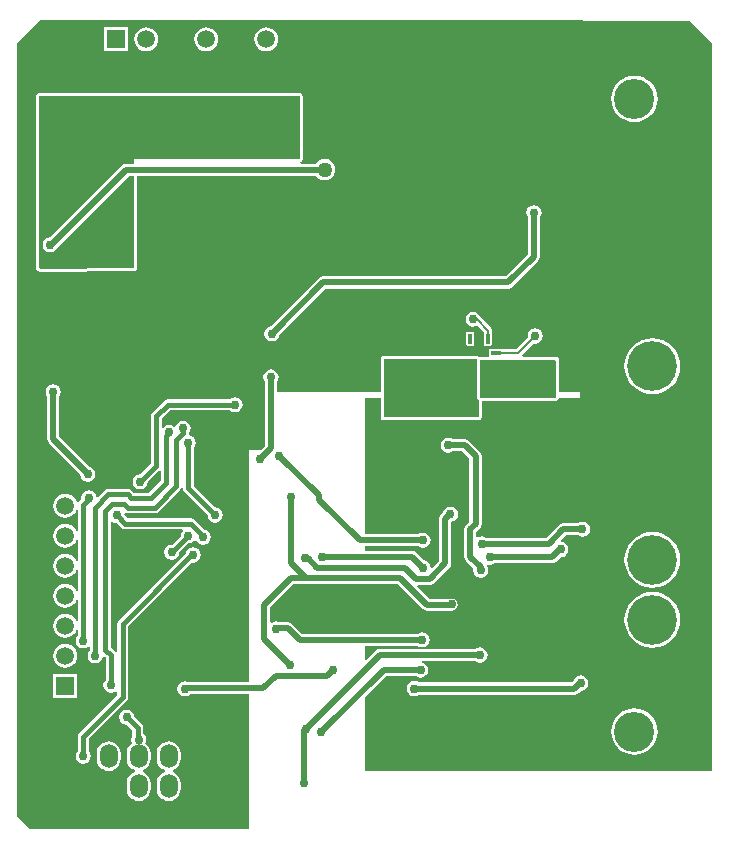
<source format=gbl>
G04*
G04 #@! TF.GenerationSoftware,Altium Limited,Altium Designer,21.0.9 (235)*
G04*
G04 Layer_Physical_Order=2*
G04 Layer_Color=16711680*
%FSLAX25Y25*%
%MOIN*%
G70*
G04*
G04 #@! TF.SameCoordinates,CCBB63D4-E8DD-42B9-A150-1630AA2F812C*
G04*
G04*
G04 #@! TF.FilePolarity,Positive*
G04*
G01*
G75*
%ADD13C,0.01000*%
%ADD14C,0.00787*%
%ADD77C,0.01968*%
%ADD78C,0.01575*%
%ADD80R,0.05906X0.07874*%
%ADD81O,0.05906X0.07874*%
%ADD82C,0.05906*%
%ADD83R,0.05906X0.05906*%
%ADD84R,0.05906X0.05906*%
%ADD85C,0.16535*%
%ADD86C,0.03000*%
%ADD87C,0.13386*%
%ADD88C,0.05000*%
%ADD89R,0.03347X0.01181*%
%ADD90R,0.01181X0.03347*%
%ADD91R,0.03150X0.05000*%
G36*
X190200Y273500D02*
X225837D01*
X232971Y266367D01*
X232971Y23600D01*
X117400D01*
Y48139D01*
X124479Y55218D01*
X134445D01*
X134942Y54886D01*
X135917Y54692D01*
X136893Y54886D01*
X137720Y55439D01*
X138272Y56265D01*
X138466Y57241D01*
X138272Y58216D01*
X137720Y59043D01*
X136893Y59596D01*
X136486Y59677D01*
X136535Y60177D01*
X154228D01*
X154725Y59845D01*
X155700Y59651D01*
X156676Y59845D01*
X157502Y60398D01*
X158055Y61225D01*
X158249Y62200D01*
X158055Y63175D01*
X157502Y64002D01*
X156676Y64555D01*
X155700Y64749D01*
X154725Y64555D01*
X154228Y64223D01*
X122300D01*
X121526Y64069D01*
X120869Y63631D01*
X117862Y60623D01*
X117400Y60814D01*
Y65250D01*
X134928D01*
X135424Y64919D01*
X136400Y64725D01*
X137375Y64919D01*
X138202Y65471D01*
X138755Y66298D01*
X138949Y67274D01*
X138755Y68249D01*
X138202Y69076D01*
X137375Y69629D01*
X136400Y69823D01*
X135424Y69629D01*
X134928Y69297D01*
X96464D01*
X93181Y72581D01*
X92524Y73019D01*
X91750Y73173D01*
X88848D01*
X88726Y73255D01*
X87750Y73449D01*
X86774Y73255D01*
X86358Y72976D01*
X85858Y73244D01*
Y78180D01*
X93554Y85877D01*
X128362D01*
X136669Y77569D01*
X137326Y77131D01*
X138100Y76977D01*
X146300D01*
X147074Y77131D01*
X147731Y77569D01*
X148169Y78226D01*
X148323Y79000D01*
X148169Y79774D01*
X147731Y80431D01*
X147074Y80869D01*
X146300Y81023D01*
X138938D01*
X134773Y85188D01*
X134964Y85650D01*
X139140D01*
X139914Y85804D01*
X140570Y86243D01*
X145623Y91295D01*
X146061Y91951D01*
X146215Y92725D01*
Y106614D01*
X146876Y106745D01*
X147702Y107298D01*
X148255Y108124D01*
X148449Y109100D01*
X148255Y110075D01*
X147702Y110902D01*
X146876Y111455D01*
X145900Y111649D01*
X144924Y111455D01*
X144098Y110902D01*
X143545Y110075D01*
X143498Y109838D01*
X142824Y109165D01*
X142761Y109123D01*
X142323Y108466D01*
X142169Y107692D01*
Y93563D01*
X139685Y91080D01*
X139244Y91315D01*
X139249Y91339D01*
X139055Y92314D01*
X138502Y93141D01*
X137675Y93694D01*
X137090Y93810D01*
X134469Y96431D01*
X133813Y96869D01*
X133039Y97023D01*
X117400D01*
Y98391D01*
X135228D01*
X135724Y98060D01*
X136700Y97866D01*
X137675Y98060D01*
X138502Y98612D01*
X139055Y99439D01*
X139249Y100415D01*
X139055Y101390D01*
X138502Y102217D01*
X137675Y102769D01*
X136700Y102964D01*
X135724Y102769D01*
X135228Y102438D01*
X117400D01*
Y147800D01*
X122580D01*
Y141500D01*
X122658Y141110D01*
X122879Y140779D01*
X123210Y140558D01*
X123600Y140480D01*
X155300D01*
X155490Y140518D01*
X155680Y140554D01*
X155685Y140557D01*
X155690Y140558D01*
X155851Y140666D01*
X156013Y140772D01*
X156017Y140776D01*
X156021Y140779D01*
X156129Y140940D01*
X156238Y141100D01*
X156239Y141105D01*
X156242Y141110D01*
X156280Y141299D01*
X156319Y141489D01*
X156376Y146980D01*
X181070D01*
X181261Y147018D01*
X181451Y147054D01*
X181455Y147057D01*
X181461Y147058D01*
X181622Y147166D01*
X181784Y147272D01*
X181787Y147276D01*
X181791Y147279D01*
X181899Y147440D01*
X182008Y147600D01*
X182009Y147605D01*
X182012Y147610D01*
X182050Y147800D01*
X182050Y147800D01*
X189100D01*
Y149800D01*
X182464D01*
X182112Y150155D01*
X182218Y160334D01*
X182217Y160337D01*
X182218Y160339D01*
X182181Y160532D01*
X182144Y160725D01*
X182143Y160727D01*
X182142Y160730D01*
X182034Y160894D01*
X181927Y161058D01*
X181924Y161060D01*
X181923Y161062D01*
X181571Y161417D01*
X181569Y161419D01*
X181568Y161421D01*
X181404Y161530D01*
X181242Y161640D01*
X181239Y161641D01*
X181237Y161642D01*
X181045Y161680D01*
X180852Y161720D01*
X180849Y161719D01*
X180847Y161720D01*
X170036D01*
X169829Y162220D01*
X173750Y166140D01*
X174200Y166051D01*
X175175Y166245D01*
X176002Y166798D01*
X176555Y167624D01*
X176749Y168600D01*
X176555Y169576D01*
X176002Y170402D01*
X175175Y170955D01*
X174200Y171149D01*
X173224Y170955D01*
X172398Y170402D01*
X171845Y169576D01*
X171651Y168600D01*
X171740Y168150D01*
X167902Y164312D01*
X161209D01*
X160794Y164229D01*
X158787D01*
Y161720D01*
X155900D01*
X155510Y161642D01*
X155424Y161585D01*
X155395Y161604D01*
X155279Y161699D01*
X155231Y161714D01*
X155189Y161742D01*
X155042Y161771D01*
X154898Y161815D01*
X154848Y161810D01*
X154798Y161820D01*
X123600D01*
X123210Y161742D01*
X122879Y161521D01*
X122658Y161190D01*
X122580Y160800D01*
Y149800D01*
X88123D01*
Y153428D01*
X88455Y153925D01*
X88649Y154900D01*
X88455Y155876D01*
X87902Y156702D01*
X87076Y157255D01*
X86100Y157449D01*
X85124Y157255D01*
X84298Y156702D01*
X83745Y155876D01*
X83551Y154900D01*
X83745Y153925D01*
X84077Y153428D01*
Y132038D01*
X82639Y130600D01*
X78800D01*
Y53223D01*
X58573D01*
X58376Y53355D01*
X57400Y53549D01*
X56424Y53355D01*
X55598Y52802D01*
X55045Y51976D01*
X54851Y51000D01*
X55045Y50024D01*
X55598Y49198D01*
X56424Y48645D01*
X57400Y48451D01*
X58376Y48645D01*
X59171Y49177D01*
X78800D01*
Y4300D01*
X5863D01*
X1529Y8634D01*
X1529Y266367D01*
X9133Y273971D01*
X190200D01*
Y273500D01*
D02*
G37*
G36*
X181198Y160345D02*
X181070Y148000D01*
X155900D01*
Y160700D01*
X180847D01*
X181198Y160345D01*
D02*
G37*
G36*
X154880Y160700D02*
Y148000D01*
X154958Y147610D01*
X155179Y147279D01*
X155359Y147159D01*
X155300Y141500D01*
X123600D01*
Y160800D01*
X154798D01*
X154880Y160700D01*
D02*
G37*
%LPC*%
G36*
X38453Y271453D02*
X30547D01*
Y263547D01*
X38453D01*
Y271453D01*
D02*
G37*
G36*
X84500Y271487D02*
X83468Y271351D01*
X82507Y270953D01*
X81681Y270319D01*
X81047Y269493D01*
X80649Y268532D01*
X80513Y267500D01*
X80649Y266468D01*
X81047Y265507D01*
X81681Y264681D01*
X82507Y264047D01*
X83468Y263649D01*
X84500Y263513D01*
X85532Y263649D01*
X86493Y264047D01*
X87319Y264681D01*
X87953Y265507D01*
X88351Y266468D01*
X88487Y267500D01*
X88351Y268532D01*
X87953Y269493D01*
X87319Y270319D01*
X86493Y270953D01*
X85532Y271351D01*
X84500Y271487D01*
D02*
G37*
G36*
X64500D02*
X63468Y271351D01*
X62507Y270953D01*
X61681Y270319D01*
X61047Y269493D01*
X60649Y268532D01*
X60513Y267500D01*
X60649Y266468D01*
X61047Y265507D01*
X61681Y264681D01*
X62507Y264047D01*
X63468Y263649D01*
X64500Y263513D01*
X65532Y263649D01*
X66493Y264047D01*
X67319Y264681D01*
X67953Y265507D01*
X68351Y266468D01*
X68487Y267500D01*
X68351Y268532D01*
X67953Y269493D01*
X67319Y270319D01*
X66493Y270953D01*
X65532Y271351D01*
X64500Y271487D01*
D02*
G37*
G36*
X44500D02*
X43468Y271351D01*
X42507Y270953D01*
X41681Y270319D01*
X41047Y269493D01*
X40649Y268532D01*
X40513Y267500D01*
X40649Y266468D01*
X41047Y265507D01*
X41681Y264681D01*
X42507Y264047D01*
X43468Y263649D01*
X44500Y263513D01*
X45532Y263649D01*
X46493Y264047D01*
X47319Y264681D01*
X47953Y265507D01*
X48351Y266468D01*
X48487Y267500D01*
X48351Y268532D01*
X47953Y269493D01*
X47319Y270319D01*
X46493Y270953D01*
X45532Y271351D01*
X44500Y271487D01*
D02*
G37*
G36*
X207200Y255330D02*
X205692Y255182D01*
X204242Y254742D01*
X202905Y254027D01*
X201734Y253066D01*
X200773Y251895D01*
X200058Y250558D01*
X199618Y249108D01*
X199470Y247600D01*
X199618Y246092D01*
X200058Y244642D01*
X200773Y243305D01*
X201734Y242134D01*
X202905Y241173D01*
X204242Y240458D01*
X205692Y240018D01*
X207200Y239870D01*
X208708Y240018D01*
X210158Y240458D01*
X211495Y241173D01*
X212666Y242134D01*
X213627Y243305D01*
X214342Y244642D01*
X214782Y246092D01*
X214930Y247600D01*
X214782Y249108D01*
X214342Y250558D01*
X213627Y251895D01*
X212666Y253066D01*
X211495Y254027D01*
X210158Y254742D01*
X208708Y255182D01*
X207200Y255330D01*
D02*
G37*
G36*
X95600Y249620D02*
X8700D01*
X8310Y249542D01*
X7979Y249321D01*
X7758Y248990D01*
X7680Y248600D01*
Y191398D01*
X7681Y191397D01*
X7680Y191396D01*
X7720Y191201D01*
X7758Y191008D01*
X7758Y191007D01*
X7759Y191006D01*
X7868Y190843D01*
X7979Y190677D01*
X7980Y190676D01*
X7980Y190676D01*
X8334Y190323D01*
X8335Y190322D01*
X8336Y190322D01*
X8502Y190211D01*
X8665Y190102D01*
X8666Y190102D01*
X8667Y190102D01*
X8861Y190064D01*
X9056Y190025D01*
X9057Y190025D01*
X9058Y190025D01*
X40303Y190131D01*
X40496Y190170D01*
X40690Y190208D01*
X40692Y190209D01*
X40693Y190209D01*
X40857Y190320D01*
X41021Y190429D01*
X41022Y190431D01*
X41023Y190432D01*
X41133Y190596D01*
X41242Y190760D01*
X41242Y190762D01*
X41243Y190763D01*
X41281Y190957D01*
X41320Y191150D01*
Y221993D01*
X101129D01*
X101504Y221504D01*
X102235Y220943D01*
X103086Y220590D01*
X104000Y220470D01*
X104914Y220590D01*
X105765Y220943D01*
X106496Y221504D01*
X107057Y222235D01*
X107410Y223086D01*
X107530Y224000D01*
X107410Y224914D01*
X107057Y225765D01*
X106496Y226496D01*
X105765Y227057D01*
X104914Y227410D01*
X104000Y227530D01*
X103086Y227410D01*
X102235Y227057D01*
X101504Y226496D01*
X101153Y226039D01*
X95943D01*
X95894Y226539D01*
X95990Y226558D01*
X96321Y226779D01*
X96542Y227110D01*
X96620Y227500D01*
Y248600D01*
X96542Y248990D01*
X96321Y249321D01*
X95990Y249542D01*
X95600Y249620D01*
D02*
G37*
G36*
X173700Y212249D02*
X172724Y212055D01*
X171898Y211502D01*
X171345Y210676D01*
X171151Y209700D01*
X171345Y208724D01*
X171677Y208228D01*
Y195708D01*
X164392Y188423D01*
X103500D01*
X102726Y188269D01*
X102069Y187831D01*
X86010Y171772D01*
X85425Y171655D01*
X84598Y171102D01*
X84045Y170275D01*
X83851Y169300D01*
X84045Y168324D01*
X84598Y167498D01*
X85425Y166945D01*
X86400Y166751D01*
X87375Y166945D01*
X88202Y167498D01*
X88755Y168324D01*
X88872Y168910D01*
X104338Y184377D01*
X165230D01*
X166004Y184531D01*
X166661Y184969D01*
X175131Y193439D01*
X175569Y194096D01*
X175723Y194870D01*
Y208228D01*
X176055Y208724D01*
X176249Y209700D01*
X176055Y210676D01*
X175502Y211502D01*
X174676Y212055D01*
X173700Y212249D01*
D02*
G37*
G36*
X153245Y176724D02*
X152270Y176530D01*
X151443Y175978D01*
X150890Y175151D01*
X150696Y174176D01*
X150890Y173200D01*
X151443Y172373D01*
X152270Y171820D01*
X153245Y171626D01*
X154220Y171820D01*
X154670Y172121D01*
X157032Y169759D01*
Y167615D01*
X157114Y167201D01*
Y165194D01*
X159791D01*
Y167201D01*
X159874Y167615D01*
Y170347D01*
X159766Y170891D01*
X159458Y171352D01*
X155629Y175180D01*
X155541Y175239D01*
X155048Y175978D01*
X154220Y176530D01*
X153245Y176724D01*
D02*
G37*
G36*
X153886Y170036D02*
X151209D01*
Y165194D01*
X153886D01*
Y170036D01*
D02*
G37*
G36*
X213200Y167813D02*
X211383Y167634D01*
X209636Y167104D01*
X208026Y166243D01*
X206615Y165085D01*
X205457Y163674D01*
X204596Y162064D01*
X204066Y160317D01*
X203887Y158500D01*
X204066Y156683D01*
X204596Y154936D01*
X205457Y153326D01*
X206615Y151915D01*
X208026Y150757D01*
X209636Y149896D01*
X211383Y149366D01*
X213200Y149187D01*
X215017Y149366D01*
X216764Y149896D01*
X218374Y150757D01*
X219785Y151915D01*
X220943Y153326D01*
X221804Y154936D01*
X222334Y156683D01*
X222513Y158500D01*
X222334Y160317D01*
X221804Y162064D01*
X220943Y163674D01*
X219785Y165085D01*
X218374Y166243D01*
X216764Y167104D01*
X215017Y167634D01*
X213200Y167813D01*
D02*
G37*
G36*
X74059Y148249D02*
X73084Y148055D01*
X72287Y147522D01*
X51700D01*
X51700Y147522D01*
X51003Y147384D01*
X50411Y146989D01*
X50411Y146989D01*
X46474Y143052D01*
X46079Y142461D01*
X45941Y141763D01*
X45941Y141763D01*
Y126018D01*
X42465Y122542D01*
X41524Y122355D01*
X40698Y121802D01*
X40145Y120975D01*
X39951Y120000D01*
X40145Y119025D01*
X40698Y118198D01*
X41524Y117645D01*
X42500Y117451D01*
X43475Y117645D01*
X44302Y118198D01*
X44855Y119025D01*
X45042Y119965D01*
X48827Y123750D01*
X49327Y123543D01*
Y120405D01*
X45245Y116322D01*
X40309D01*
X39600Y117031D01*
X39008Y117427D01*
X38311Y117565D01*
X38311Y117565D01*
X31865D01*
X31167Y117427D01*
X30576Y117031D01*
X30576Y117031D01*
X28407Y114862D01*
X27864Y115027D01*
X27755Y115576D01*
X27202Y116402D01*
X26375Y116955D01*
X25400Y117149D01*
X24424Y116955D01*
X23598Y116402D01*
X23045Y115576D01*
X22851Y114600D01*
X22910Y114302D01*
X22211Y113603D01*
X21851Y113064D01*
X21571Y113046D01*
X21324Y113098D01*
X20953Y113993D01*
X20319Y114819D01*
X19493Y115453D01*
X18532Y115851D01*
X17500Y115987D01*
X16468Y115851D01*
X15507Y115453D01*
X14681Y114819D01*
X14047Y113993D01*
X13649Y113032D01*
X13513Y112000D01*
X13649Y110968D01*
X14047Y110007D01*
X14681Y109181D01*
X15507Y108547D01*
X16468Y108149D01*
X17500Y108013D01*
X18532Y108149D01*
X19493Y108547D01*
X20319Y109181D01*
X20953Y110007D01*
X21178Y110549D01*
X21678Y110450D01*
Y103550D01*
X21178Y103451D01*
X20953Y103993D01*
X20319Y104819D01*
X19493Y105453D01*
X18532Y105851D01*
X17500Y105987D01*
X16468Y105851D01*
X15507Y105453D01*
X14681Y104819D01*
X14047Y103993D01*
X13649Y103032D01*
X13513Y102000D01*
X13649Y100968D01*
X14047Y100007D01*
X14681Y99181D01*
X15507Y98547D01*
X16468Y98149D01*
X17500Y98013D01*
X18532Y98149D01*
X19493Y98547D01*
X20319Y99181D01*
X20953Y100007D01*
X21178Y100549D01*
X21678Y100450D01*
Y93550D01*
X21178Y93451D01*
X20953Y93993D01*
X20319Y94819D01*
X19493Y95453D01*
X18532Y95851D01*
X17500Y95987D01*
X16468Y95851D01*
X15507Y95453D01*
X14681Y94819D01*
X14047Y93993D01*
X13649Y93032D01*
X13513Y92000D01*
X13649Y90968D01*
X14047Y90007D01*
X14681Y89181D01*
X15507Y88547D01*
X16468Y88149D01*
X17500Y88013D01*
X18532Y88149D01*
X19493Y88547D01*
X20319Y89181D01*
X20953Y90007D01*
X21178Y90549D01*
X21678Y90450D01*
Y83550D01*
X21178Y83451D01*
X20953Y83993D01*
X20319Y84819D01*
X19493Y85453D01*
X18532Y85851D01*
X17500Y85987D01*
X16468Y85851D01*
X15507Y85453D01*
X14681Y84819D01*
X14047Y83993D01*
X13649Y83032D01*
X13513Y82000D01*
X13649Y80968D01*
X14047Y80007D01*
X14681Y79181D01*
X15507Y78547D01*
X16468Y78149D01*
X17500Y78013D01*
X18532Y78149D01*
X19493Y78547D01*
X20319Y79181D01*
X20953Y80007D01*
X21178Y80549D01*
X21678Y80450D01*
Y73550D01*
X21178Y73451D01*
X20953Y73993D01*
X20319Y74819D01*
X19493Y75453D01*
X18532Y75851D01*
X17500Y75987D01*
X16468Y75851D01*
X15507Y75453D01*
X14681Y74819D01*
X14047Y73993D01*
X13649Y73032D01*
X13513Y72000D01*
X13649Y70968D01*
X14047Y70007D01*
X14681Y69181D01*
X15507Y68547D01*
X16468Y68149D01*
X17500Y68013D01*
X18532Y68149D01*
X19493Y68547D01*
X20319Y69181D01*
X20953Y70007D01*
X21178Y70549D01*
X21678Y70450D01*
Y68772D01*
X21145Y67975D01*
X20951Y67000D01*
X21145Y66025D01*
X21698Y65198D01*
X22524Y64645D01*
X23500Y64451D01*
X24475Y64645D01*
X25178Y65114D01*
X25678Y64928D01*
Y63772D01*
X25145Y62976D01*
X24951Y62000D01*
X25145Y61024D01*
X25698Y60198D01*
X26524Y59645D01*
X27500Y59451D01*
X28475Y59645D01*
X29302Y60198D01*
X29855Y61024D01*
X29987Y61690D01*
X30530Y61855D01*
X30928Y61457D01*
Y54022D01*
X30395Y53225D01*
X30201Y52250D01*
X30395Y51275D01*
X30948Y50448D01*
X31775Y49895D01*
X32750Y49701D01*
X33726Y49895D01*
X34278Y50264D01*
X34778Y49997D01*
Y48855D01*
X22211Y36289D01*
X21816Y35697D01*
X21678Y35000D01*
X21678Y35000D01*
Y30272D01*
X21145Y29476D01*
X20951Y28500D01*
X21145Y27525D01*
X21698Y26698D01*
X22524Y26145D01*
X23500Y25951D01*
X24475Y26145D01*
X25302Y26698D01*
X25855Y27525D01*
X26049Y28500D01*
X25855Y29476D01*
X25322Y30272D01*
Y34245D01*
X37889Y46811D01*
X37889Y46811D01*
X38284Y47403D01*
X38422Y48100D01*
X38422Y48100D01*
Y71845D01*
X59723Y93146D01*
X60200Y93051D01*
X61176Y93245D01*
X62002Y93798D01*
X62555Y94625D01*
X62749Y95600D01*
X62555Y96575D01*
X62002Y97403D01*
X61176Y97955D01*
X60200Y98149D01*
X59224Y97955D01*
X58398Y97403D01*
X57845Y96575D01*
X57807Y96384D01*
X35311Y73889D01*
X34916Y73297D01*
X34778Y72600D01*
X34778Y72600D01*
Y63295D01*
X34278Y63143D01*
X34039Y63501D01*
X34039Y63501D01*
X32729Y64810D01*
Y106486D01*
X33229Y106753D01*
X33794Y106376D01*
X34734Y106189D01*
X36211Y104711D01*
X36211Y104711D01*
X36803Y104316D01*
X37500Y104178D01*
X37500Y104178D01*
X56428D01*
X56614Y103678D01*
X56145Y102975D01*
X55958Y102035D01*
X52965Y99042D01*
X52025Y98855D01*
X51198Y98302D01*
X50645Y97475D01*
X50451Y96500D01*
X50645Y95525D01*
X51198Y94698D01*
X52025Y94145D01*
X53000Y93951D01*
X53975Y94145D01*
X54802Y94698D01*
X55355Y95525D01*
X55542Y96465D01*
X58535Y99458D01*
X59475Y99645D01*
X60302Y100198D01*
X60609Y100656D01*
X61140Y100551D01*
X61145Y100524D01*
X61698Y99698D01*
X62524Y99145D01*
X63500Y98951D01*
X64476Y99145D01*
X65302Y99698D01*
X65855Y100524D01*
X66049Y101500D01*
X65855Y102476D01*
X65302Y103302D01*
X64476Y103855D01*
X64041Y103941D01*
X60694Y107289D01*
X60103Y107684D01*
X59405Y107822D01*
X59405Y107822D01*
X38255D01*
X37311Y108766D01*
X37205Y109297D01*
X37353Y109454D01*
X37645Y109648D01*
X38249Y109528D01*
X38249Y109528D01*
X47305D01*
X47305Y109528D01*
X48002Y109667D01*
X48593Y110062D01*
X55789Y117257D01*
X55789Y117257D01*
X56184Y117848D01*
X56189Y117873D01*
X56677Y117900D01*
X56678Y117900D01*
X56816Y117203D01*
X57211Y116611D01*
X64958Y108865D01*
X65145Y107924D01*
X65698Y107098D01*
X66524Y106545D01*
X67500Y106351D01*
X68476Y106545D01*
X69302Y107098D01*
X69855Y107924D01*
X70049Y108900D01*
X69855Y109876D01*
X69302Y110702D01*
X68476Y111255D01*
X67535Y111442D01*
X60322Y118655D01*
Y131228D01*
X60855Y132025D01*
X61049Y133000D01*
X60855Y133976D01*
X60302Y134802D01*
X59475Y135355D01*
X58783Y135493D01*
X58699Y135636D01*
X58605Y136038D01*
X59082Y136752D01*
X59276Y137727D01*
X59082Y138703D01*
X58530Y139530D01*
X57703Y140082D01*
X56727Y140276D01*
X55752Y140082D01*
X54925Y139530D01*
X54372Y138703D01*
X54311Y138396D01*
X53782Y138300D01*
X53023Y138807D01*
X52047Y139002D01*
X51072Y138807D01*
X50245Y138255D01*
X50086Y138016D01*
X49586Y138168D01*
Y141008D01*
X52455Y143878D01*
X72287D01*
X73084Y143345D01*
X74059Y143151D01*
X75034Y143345D01*
X75862Y143898D01*
X76414Y144725D01*
X76608Y145700D01*
X76414Y146676D01*
X75862Y147502D01*
X75034Y148055D01*
X74059Y148249D01*
D02*
G37*
G36*
X13500Y152517D02*
X12525Y152323D01*
X11698Y151771D01*
X11145Y150944D01*
X10951Y149969D01*
X11145Y148993D01*
X11477Y148496D01*
Y134203D01*
X11631Y133429D01*
X12069Y132773D01*
X22478Y122364D01*
X22645Y121525D01*
X23198Y120698D01*
X24024Y120145D01*
X25000Y119951D01*
X25975Y120145D01*
X26802Y120698D01*
X27355Y121525D01*
X27549Y122500D01*
X27355Y123476D01*
X26802Y124302D01*
X25975Y124855D01*
X25643Y124921D01*
X15523Y135041D01*
Y148496D01*
X15855Y148993D01*
X16049Y149969D01*
X15855Y150944D01*
X15302Y151771D01*
X14476Y152323D01*
X13500Y152517D01*
D02*
G37*
G36*
X145200Y134649D02*
X144225Y134455D01*
X143398Y133902D01*
X142845Y133075D01*
X142651Y132100D01*
X142845Y131124D01*
X143398Y130298D01*
X144225Y129745D01*
X145200Y129551D01*
X146176Y129745D01*
X146672Y130077D01*
X149736D01*
X152236Y127577D01*
Y106630D01*
X151104Y105499D01*
X150665Y104842D01*
X150512Y104068D01*
Y94965D01*
X150665Y94191D01*
X151104Y93535D01*
X153565Y91074D01*
X153451Y90500D01*
X153645Y89525D01*
X154198Y88698D01*
X155025Y88145D01*
X156000Y87951D01*
X156975Y88145D01*
X157802Y88698D01*
X158355Y89525D01*
X158549Y90500D01*
X158355Y91475D01*
X157991Y92021D01*
X158083Y92189D01*
X158317Y92421D01*
X158324Y92425D01*
X159200Y92251D01*
X160176Y92445D01*
X160672Y92777D01*
X179794D01*
X180568Y92931D01*
X181225Y93369D01*
X182714Y94859D01*
X183649Y95045D01*
X184476Y95598D01*
X185028Y96425D01*
X185222Y97400D01*
X185028Y98375D01*
X184476Y99202D01*
X183649Y99755D01*
X182877Y99909D01*
X182683Y100422D01*
X184338Y102077D01*
X188428D01*
X188925Y101745D01*
X189900Y101551D01*
X190875Y101745D01*
X191702Y102298D01*
X192255Y103124D01*
X192449Y104100D01*
X192255Y105076D01*
X191702Y105902D01*
X190875Y106455D01*
X189900Y106649D01*
X188925Y106455D01*
X188428Y106123D01*
X183500D01*
X182726Y105969D01*
X182069Y105531D01*
X177862Y101323D01*
X157772D01*
X157275Y101655D01*
X156300Y101849D01*
X155324Y101655D01*
X154999Y101437D01*
X154558Y101673D01*
Y103230D01*
X155690Y104362D01*
X156128Y105018D01*
X156282Y105792D01*
Y128415D01*
X156128Y129189D01*
X155690Y129845D01*
X152004Y133531D01*
X151348Y133969D01*
X150574Y134123D01*
X146672D01*
X146176Y134455D01*
X145200Y134649D01*
D02*
G37*
G36*
X213200Y103286D02*
X211383Y103107D01*
X209636Y102577D01*
X208026Y101717D01*
X206615Y100559D01*
X205457Y99147D01*
X204596Y97537D01*
X204066Y95790D01*
X203887Y93974D01*
X204066Y92157D01*
X204596Y90410D01*
X205457Y88800D01*
X206615Y87389D01*
X208026Y86230D01*
X209636Y85370D01*
X211383Y84840D01*
X213200Y84661D01*
X215017Y84840D01*
X216764Y85370D01*
X218374Y86230D01*
X219785Y87389D01*
X220943Y88800D01*
X221804Y90410D01*
X222334Y92157D01*
X222513Y93974D01*
X222334Y95790D01*
X221804Y97537D01*
X220943Y99147D01*
X219785Y100559D01*
X218374Y101717D01*
X216764Y102577D01*
X215017Y103107D01*
X213200Y103286D01*
D02*
G37*
G36*
Y83286D02*
X211383Y83107D01*
X209636Y82577D01*
X208026Y81717D01*
X206615Y80559D01*
X205457Y79147D01*
X204596Y77537D01*
X204066Y75790D01*
X203887Y73974D01*
X204066Y72157D01*
X204596Y70410D01*
X205457Y68800D01*
X206615Y67389D01*
X208026Y66230D01*
X209636Y65370D01*
X211383Y64840D01*
X213200Y64661D01*
X215017Y64840D01*
X216764Y65370D01*
X218374Y66230D01*
X219785Y67389D01*
X220943Y68800D01*
X221804Y70410D01*
X222334Y72157D01*
X222513Y73974D01*
X222334Y75790D01*
X221804Y77537D01*
X220943Y79147D01*
X219785Y80559D01*
X218374Y81717D01*
X216764Y82577D01*
X215017Y83107D01*
X213200Y83286D01*
D02*
G37*
G36*
X17500Y65987D02*
X16468Y65851D01*
X15507Y65453D01*
X14681Y64819D01*
X14047Y63993D01*
X13649Y63032D01*
X13513Y62000D01*
X13649Y60968D01*
X14047Y60007D01*
X14681Y59181D01*
X15507Y58547D01*
X16468Y58149D01*
X17500Y58013D01*
X18532Y58149D01*
X19493Y58547D01*
X20319Y59181D01*
X20953Y60007D01*
X21351Y60968D01*
X21487Y62000D01*
X21351Y63032D01*
X20953Y63993D01*
X20319Y64819D01*
X19493Y65453D01*
X18532Y65851D01*
X17500Y65987D01*
D02*
G37*
G36*
X189300Y55449D02*
X188324Y55255D01*
X187498Y54702D01*
X186945Y53875D01*
X186898Y53638D01*
X186324Y53064D01*
X135289D01*
X134793Y53396D01*
X133817Y53590D01*
X132842Y53396D01*
X132015Y52843D01*
X131462Y52016D01*
X131268Y51041D01*
X131462Y50065D01*
X132015Y49238D01*
X132842Y48686D01*
X133817Y48492D01*
X134793Y48686D01*
X135289Y49018D01*
X187162D01*
X187936Y49172D01*
X188592Y49610D01*
X189341Y50359D01*
X190276Y50545D01*
X191102Y51098D01*
X191655Y51925D01*
X191849Y52900D01*
X191655Y53875D01*
X191102Y54702D01*
X190276Y55255D01*
X189300Y55449D01*
D02*
G37*
G36*
X21453Y55953D02*
X13547D01*
Y48047D01*
X21453D01*
Y55953D01*
D02*
G37*
G36*
X207200Y44430D02*
X205692Y44282D01*
X204242Y43842D01*
X202905Y43127D01*
X201734Y42166D01*
X200773Y40995D01*
X200058Y39658D01*
X199618Y38208D01*
X199470Y36700D01*
X199618Y35192D01*
X200058Y33742D01*
X200773Y32405D01*
X201734Y31234D01*
X202905Y30273D01*
X204242Y29558D01*
X205692Y29118D01*
X207200Y28970D01*
X208708Y29118D01*
X210158Y29558D01*
X211495Y30273D01*
X212666Y31234D01*
X213627Y32405D01*
X214342Y33742D01*
X214782Y35192D01*
X214930Y36700D01*
X214782Y38208D01*
X214342Y39658D01*
X213627Y40995D01*
X212666Y42166D01*
X211495Y43127D01*
X210158Y43842D01*
X208708Y44282D01*
X207200Y44430D01*
D02*
G37*
G36*
X32000Y33471D02*
X30968Y33335D01*
X30007Y32937D01*
X29181Y32303D01*
X28547Y31478D01*
X28149Y30516D01*
X28013Y29484D01*
Y27516D01*
X28149Y26484D01*
X28547Y25522D01*
X29181Y24697D01*
X30007Y24063D01*
X30968Y23665D01*
X32000Y23529D01*
X33032Y23665D01*
X33993Y24063D01*
X34819Y24697D01*
X35453Y25522D01*
X35851Y26484D01*
X35987Y27516D01*
Y29484D01*
X35851Y30516D01*
X35453Y31478D01*
X34819Y32303D01*
X33993Y32937D01*
X33032Y33335D01*
X32000Y33471D01*
D02*
G37*
G36*
X52000D02*
X50968Y33335D01*
X50007Y32937D01*
X49181Y32303D01*
X48547Y31478D01*
X48149Y30516D01*
X48013Y29484D01*
Y27516D01*
X48149Y26484D01*
X48547Y25522D01*
X49181Y24697D01*
X50007Y24063D01*
X50713Y23771D01*
Y23229D01*
X50007Y22937D01*
X49181Y22303D01*
X48547Y21478D01*
X48149Y20516D01*
X48013Y19484D01*
Y17516D01*
X48149Y16484D01*
X48547Y15522D01*
X49181Y14697D01*
X50007Y14063D01*
X50968Y13665D01*
X52000Y13529D01*
X53032Y13665D01*
X53993Y14063D01*
X54819Y14697D01*
X55453Y15522D01*
X55851Y16484D01*
X55987Y17516D01*
Y19484D01*
X55851Y20516D01*
X55453Y21478D01*
X54819Y22303D01*
X53993Y22937D01*
X53288Y23229D01*
Y23771D01*
X53993Y24063D01*
X54819Y24697D01*
X55453Y25522D01*
X55851Y26484D01*
X55987Y27516D01*
Y29484D01*
X55851Y30516D01*
X55453Y31478D01*
X54819Y32303D01*
X53993Y32937D01*
X53032Y33335D01*
X52000Y33471D01*
D02*
G37*
G36*
X38000Y44049D02*
X37025Y43855D01*
X36198Y43302D01*
X35645Y42476D01*
X35451Y41500D01*
X35645Y40525D01*
X36198Y39698D01*
X37025Y39145D01*
X37965Y38958D01*
X39905Y37018D01*
Y35364D01*
X39645Y34975D01*
X39451Y34000D01*
X39645Y33024D01*
X39806Y32783D01*
X39181Y32303D01*
X38547Y31478D01*
X38149Y30516D01*
X38013Y29484D01*
Y27516D01*
X38149Y26484D01*
X38547Y25522D01*
X39181Y24697D01*
X40007Y24063D01*
X40712Y23771D01*
Y23229D01*
X40007Y22937D01*
X39181Y22303D01*
X38547Y21478D01*
X38149Y20516D01*
X38013Y19484D01*
Y17516D01*
X38149Y16484D01*
X38547Y15522D01*
X39181Y14697D01*
X40007Y14063D01*
X40968Y13665D01*
X42000Y13529D01*
X43032Y13665D01*
X43993Y14063D01*
X44819Y14697D01*
X45453Y15522D01*
X45851Y16484D01*
X45987Y17516D01*
Y19484D01*
X45851Y20516D01*
X45453Y21478D01*
X44819Y22303D01*
X43993Y22937D01*
X43288Y23229D01*
Y23771D01*
X43993Y24063D01*
X44819Y24697D01*
X45453Y25522D01*
X45851Y26484D01*
X45987Y27516D01*
Y29484D01*
X45851Y30516D01*
X45453Y31478D01*
X44819Y32303D01*
X44194Y32783D01*
X44355Y33024D01*
X44549Y34000D01*
X44355Y34975D01*
X43802Y35802D01*
X43550Y35971D01*
Y37773D01*
X43411Y38470D01*
X43016Y39061D01*
X43016Y39061D01*
X40542Y41535D01*
X40355Y42476D01*
X39802Y43302D01*
X38976Y43855D01*
X38000Y44049D01*
D02*
G37*
%LPD*%
G36*
X95600Y227500D02*
X40300D01*
Y226039D01*
X37756D01*
X36982Y225885D01*
X36325Y225446D01*
X12387Y201508D01*
X11540Y201339D01*
X10713Y200787D01*
X10161Y199960D01*
X9967Y198984D01*
X10161Y198009D01*
X10713Y197182D01*
X11540Y196629D01*
X12516Y196435D01*
X13491Y196629D01*
X14318Y197182D01*
X14871Y198009D01*
X14935Y198334D01*
X38594Y221993D01*
X40300D01*
Y191150D01*
X9054Y191045D01*
X8700Y191398D01*
Y248600D01*
X95600D01*
Y227500D01*
D02*
G37*
D13*
X152002Y171176D02*
X153382D01*
X154488Y177175D02*
X155463Y176200D01*
X150245Y172933D02*
X152002Y171176D01*
X150245Y172933D02*
Y175418D01*
X155463Y176200D02*
X156843D01*
X153382Y171176D02*
X154357Y170200D01*
X152002Y177175D02*
X154488D01*
X150245Y175418D02*
X152002Y177175D01*
X154357Y170200D02*
X154425D01*
X158600Y174089D02*
X164589Y168100D01*
X154425Y167524D02*
Y170200D01*
X156843Y176200D02*
X158600Y174443D01*
Y174089D02*
Y174443D01*
X162291Y164859D02*
X165500Y168068D01*
X164589Y168100D02*
X165500D01*
Y168068D02*
Y168100D01*
X154516Y167615D02*
X156484D01*
X161209Y164859D02*
X162291D01*
X149791D02*
X149882Y164769D01*
X151362D01*
X151439Y164692D01*
X153656D01*
X154425Y165461D01*
Y167524D01*
X154516Y167615D01*
X149791Y162891D02*
Y164859D01*
D14*
X153245Y174176D02*
X154624D01*
X158453Y170347D01*
Y167615D02*
Y170347D01*
X161209Y162891D02*
X168491D01*
X174200Y168600D01*
D77*
X144192Y107692D02*
X144213D01*
X145621Y109100D01*
X145900D01*
X87750Y70900D02*
Y71150D01*
X144192Y92725D02*
Y107692D01*
X95626Y67274D02*
X136400D01*
X91750Y71150D02*
X95626Y67274D01*
X97750Y37650D02*
X122300Y62200D01*
X155700D01*
X97600Y37500D02*
X97750Y37650D01*
X97200Y37100D02*
X97750Y37650D01*
X87750Y71150D02*
X91750D01*
X57400Y51200D02*
X83569D01*
X97200Y19700D02*
Y37100D01*
X102800Y36400D02*
X123641Y57241D01*
X83835Y67665D02*
Y79018D01*
Y67665D02*
X92500Y59000D01*
X83835Y79018D02*
X92716Y87900D01*
X92500Y59000D02*
X92500D01*
X104721Y55335D02*
X106621Y57235D01*
X106900D01*
X123641Y57241D02*
X135917D01*
X87704Y55335D02*
X104721D01*
X83569Y51200D02*
X87704Y55335D01*
X173700Y194870D02*
Y209700D01*
X165230Y186400D02*
X173700Y194870D01*
X86400Y169300D02*
X103500Y186400D01*
X165230D01*
X88900Y128700D02*
X102037Y115563D01*
Y113963D02*
Y115563D01*
X178700Y99300D02*
X183500Y104100D01*
X156300Y99300D02*
X178700D01*
X145200Y132100D02*
X150574D01*
X154259Y128415D01*
X133841Y51041D02*
X187162D01*
X189021Y52900D02*
X189300D01*
X133800Y51000D02*
X133841Y51041D01*
X187162D02*
X189021Y52900D01*
X183500Y104100D02*
X189900D01*
X102037Y113963D02*
X115585Y100415D01*
X86100Y131200D02*
Y154900D01*
X82400Y127500D02*
X86100Y131200D01*
X115585Y100415D02*
X136700D01*
X13500Y134203D02*
X25000Y122703D01*
Y122500D02*
Y122703D01*
X182394Y97400D02*
X182673D01*
X179794Y94800D02*
X182394Y97400D01*
X159200Y94800D02*
X179794D01*
X154259Y105792D02*
Y128415D01*
X152535Y104068D02*
X154259Y105792D01*
X152535Y94965D02*
Y104068D01*
X138100Y79000D02*
X146300D01*
X129200Y87900D02*
X138100Y79000D01*
X133039Y95000D02*
X136700Y91339D01*
X103000Y95000D02*
X133039D01*
X134260Y87673D02*
X139140D01*
X101482Y91335D02*
X130599D01*
X98316Y94500D02*
X101482Y91335D01*
X97800Y87900D02*
X129200D01*
X130599Y91335D02*
X134260Y87673D01*
X92716Y87900D02*
X97800D01*
X92700Y93000D02*
Y114974D01*
Y93000D02*
X97800Y87900D01*
X139140Y87673D02*
X144192Y92725D01*
X97500Y94500D02*
X98316D01*
X156000Y90500D02*
Y91500D01*
X152535Y94965D02*
X156000Y91500D01*
X13500Y134203D02*
Y149969D01*
X37756Y224016D02*
X103984D01*
X12725Y198984D02*
X37756Y224016D01*
X12516Y198984D02*
X12725D01*
D78*
X23500Y35000D02*
X36600Y48100D01*
Y72600D01*
X59500Y95500D01*
X32750Y52250D02*
Y62212D01*
X59500Y95500D02*
Y95500D01*
X58500Y117900D02*
X67500Y108900D01*
X58500Y117900D02*
Y133000D01*
X51700Y145700D02*
X74059D01*
X47763Y141763D02*
X51700Y145700D01*
X11100Y33400D02*
X23500Y21000D01*
X11100Y33400D02*
Y115000D01*
X15132Y119032D01*
X26437D01*
X32108Y124703D01*
X42297D01*
X23500Y112314D02*
X25400Y114214D01*
Y114600D01*
X23500Y67000D02*
Y112314D01*
X63500Y101500D02*
Y101905D01*
X59405Y106000D02*
X63500Y101905D01*
X37500Y106000D02*
X59405D01*
X56727Y136227D02*
Y137727D01*
X54500Y118546D02*
Y134000D01*
X56727Y136227D01*
X51150Y135169D02*
X52047Y136067D01*
Y136453D01*
X51150Y119650D02*
Y135169D01*
X23500Y28500D02*
Y35000D01*
X41727Y34273D02*
X42000Y34000D01*
X38000Y41500D02*
X41727Y37773D01*
Y34273D02*
Y37773D01*
X27500Y62000D02*
Y111378D01*
X31865Y115743D01*
X30907Y64055D02*
Y110331D01*
X38249Y111350D02*
X47305D01*
X54500Y118546D01*
X31865Y115743D02*
X38311D01*
X33169Y112593D02*
X37006D01*
X30907Y110331D02*
X33169Y112593D01*
X37006D02*
X38249Y111350D01*
X34769Y108731D02*
X34769D01*
X37500Y106000D01*
X46000Y114500D02*
X51150Y119650D01*
X38311Y115743D02*
X39554Y114500D01*
X46000D01*
X42500Y120000D02*
X47763Y125263D01*
X53000Y96500D02*
X58500Y102000D01*
X47763Y125263D02*
Y141763D01*
X30907Y64055D02*
X32750Y62212D01*
D80*
X32000Y18500D02*
D03*
D81*
Y28500D02*
D03*
X42000Y18500D02*
D03*
Y28500D02*
D03*
X52000Y18500D02*
D03*
Y28500D02*
D03*
D82*
X17500Y112000D02*
D03*
Y102000D02*
D03*
Y92000D02*
D03*
Y82000D02*
D03*
Y62000D02*
D03*
Y72000D02*
D03*
X84500Y267500D02*
D03*
X74500D02*
D03*
X64500D02*
D03*
X54500D02*
D03*
X44500D02*
D03*
D83*
X17500Y52000D02*
D03*
D84*
X34500Y267500D02*
D03*
D85*
X213200Y73974D02*
D03*
Y93974D02*
D03*
Y138500D02*
D03*
Y158500D02*
D03*
D86*
X145900Y109100D02*
D03*
X87750Y70900D02*
D03*
X153245Y174176D02*
D03*
X165500Y168100D02*
D03*
X173115Y157000D02*
D03*
X178422D02*
D03*
X173115Y151500D02*
D03*
X178422D02*
D03*
X162500Y157000D02*
D03*
X167807D02*
D03*
X162500Y151500D02*
D03*
X167807D02*
D03*
X134300Y144800D02*
D03*
Y157200D02*
D03*
Y151000D02*
D03*
X141100Y144800D02*
D03*
X147900D02*
D03*
Y151000D02*
D03*
X141100D02*
D03*
X147900Y157200D02*
D03*
X141100D02*
D03*
X97200Y19700D02*
D03*
X57400Y51000D02*
D03*
X102800Y36400D02*
D03*
X106900Y57235D02*
D03*
X97600Y37500D02*
D03*
X58300Y79800D02*
D03*
Y84400D02*
D03*
X32750Y52250D02*
D03*
X60200Y95600D02*
D03*
X116000Y82721D02*
D03*
X173700Y209700D02*
D03*
X86400Y169300D02*
D03*
X136400Y67274D02*
D03*
X135917Y57241D02*
D03*
X88900Y128700D02*
D03*
X156300Y99300D02*
D03*
X145200Y132100D02*
D03*
X189300Y52900D02*
D03*
X189900Y104100D02*
D03*
X67500Y108900D02*
D03*
X86100Y154900D02*
D03*
X74059Y145700D02*
D03*
X82400Y127500D02*
D03*
X174200Y168600D02*
D03*
X104800Y152800D02*
D03*
X25000Y122500D02*
D03*
X25400Y114600D02*
D03*
X17200Y121800D02*
D03*
X182673Y97400D02*
D03*
X159200Y94800D02*
D03*
X154900Y79200D02*
D03*
X146300D02*
D03*
X168515Y75070D02*
D03*
X161848D02*
D03*
X168515Y83582D02*
D03*
X175181D02*
D03*
Y75070D02*
D03*
X181848Y83582D02*
D03*
Y75070D02*
D03*
X161848Y83582D02*
D03*
X136700Y91339D02*
D03*
X133817Y51041D02*
D03*
X190100Y78900D02*
D03*
X92500Y59000D02*
D03*
X97500Y94500D02*
D03*
X136700Y100415D02*
D03*
X62500Y130500D02*
D03*
X63500Y101500D02*
D03*
X58500Y133000D02*
D03*
X56727Y137727D02*
D03*
X52047Y136453D02*
D03*
X156000Y90500D02*
D03*
X23500Y28500D02*
D03*
Y21000D02*
D03*
X103000Y95000D02*
D03*
X124000Y164000D02*
D03*
X42000Y34000D02*
D03*
X38000Y41500D02*
D03*
X41255Y46455D02*
D03*
X27500Y62000D02*
D03*
X23500Y67000D02*
D03*
X12516Y198984D02*
D03*
X13500Y149969D02*
D03*
X110900Y152800D02*
D03*
X92700Y114974D02*
D03*
X155700Y62200D02*
D03*
X34769Y108731D02*
D03*
X58500Y102000D02*
D03*
X42500Y120000D02*
D03*
X42297Y124703D02*
D03*
X53000Y96500D02*
D03*
D87*
X207200Y36700D02*
D03*
Y247600D02*
D03*
D88*
X145900Y180100D02*
D03*
X141400Y268100D02*
D03*
X155900Y193100D02*
D03*
X145900D02*
D03*
X155900Y180100D02*
D03*
X139000Y214500D02*
D03*
X104000Y224000D02*
D03*
X215750Y188800D02*
D03*
X75200Y243400D02*
D03*
Y233200D02*
D03*
X26100Y204300D02*
D03*
X97200Y171300D02*
D03*
X54984Y183484D02*
D03*
X44500Y183500D02*
D03*
X110000Y214300D02*
D03*
X206700Y188800D02*
D03*
X224800D02*
D03*
X26100Y227400D02*
D03*
X162500Y214484D02*
D03*
D89*
X161209Y162891D02*
D03*
Y164859D02*
D03*
X149791D02*
D03*
Y162891D02*
D03*
D90*
X152547Y167615D02*
D03*
X158453D02*
D03*
X156484D02*
D03*
X154516D02*
D03*
D91*
X157468Y156985D02*
D03*
X153532D02*
D03*
M02*

</source>
